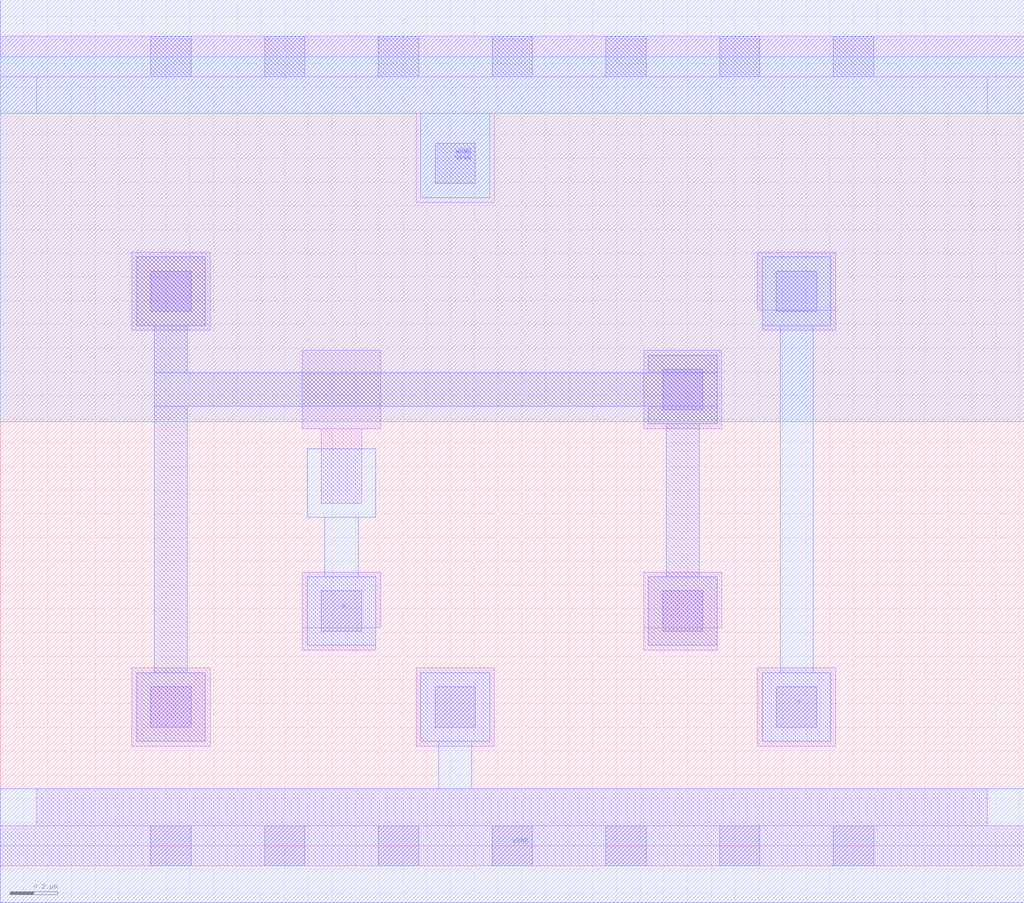
<source format=lef>
VERSION 5.7 ;
  NOWIREEXTENSIONATPIN ON ;
  DIVIDERCHAR "/" ;
  BUSBITCHARS "[]" ;
MACRO BUFX2
  CLASS CORE ;
  FOREIGN BUFX2 ;
  ORIGIN 0.000 0.000 ;
  SIZE 4.320 BY 3.330 ;
  SYMMETRY X Y ;
  SITE unit ;
  PIN A
    ANTENNAGATEAREA 0.189000 ;
    PORT
      LAYER met1 ;
        RECT 1.295 1.385 1.585 1.675 ;
        RECT 1.370 1.135 1.510 1.385 ;
        RECT 1.295 0.845 1.585 1.135 ;
    END
  END A
  PIN VGND
    ANTENNADIFFAREA 0.562100 ;
    PORT
      LAYER met1 ;
        RECT 1.775 0.440 2.065 0.730 ;
        RECT 1.850 0.240 1.990 0.440 ;
        RECT 0.000 -0.240 4.320 0.240 ;
    END
    PORT
      LAYER met1 ;
        RECT 0.000 3.090 4.320 3.570 ;
        RECT 1.775 2.735 2.065 3.090 ;
    END
  END VGND
  PIN VPWR
    ANTENNADIFFAREA 1.083600 ;
    PORT
      LAYER li1 ;
        RECT 0.000 3.245 4.320 3.415 ;
        RECT 0.155 3.090 4.165 3.245 ;
        RECT 1.755 2.715 2.085 3.090 ;
      LAYER mcon ;
        RECT 0.635 3.245 0.805 3.415 ;
        RECT 1.115 3.245 1.285 3.415 ;
        RECT 1.595 3.245 1.765 3.415 ;
        RECT 2.075 3.245 2.245 3.415 ;
        RECT 2.555 3.245 2.725 3.415 ;
        RECT 3.035 3.245 3.205 3.415 ;
        RECT 3.515 3.245 3.685 3.415 ;
        RECT 1.835 2.795 2.005 2.965 ;
    END
  END VPWR
  PIN Y
    ANTENNADIFFAREA 1.031650 ;
    PORT
      LAYER met1 ;
        RECT 3.215 2.195 3.505 2.485 ;
        RECT 3.290 0.730 3.430 2.195 ;
        RECT 3.215 0.440 3.505 0.730 ;
    END
  END Y
  OBS
      LAYER nwell ;
        RECT 0.000 1.790 4.320 3.330 ;
      LAYER li1 ;
        RECT 0.555 2.175 0.885 2.505 ;
        RECT 3.195 2.260 3.525 2.505 ;
        RECT 3.215 2.175 3.525 2.260 ;
        RECT 1.275 1.760 1.605 2.090 ;
        RECT 2.715 1.760 3.045 2.090 ;
        RECT 1.355 1.445 1.525 1.760 ;
        RECT 1.275 0.920 1.605 1.155 ;
        RECT 2.715 0.920 3.045 1.155 ;
        RECT 1.275 0.825 1.585 0.920 ;
        RECT 2.715 0.825 3.025 0.920 ;
        RECT 0.555 0.420 0.885 0.750 ;
        RECT 1.755 0.420 2.085 0.750 ;
        RECT 3.195 0.420 3.525 0.750 ;
        RECT 0.155 0.085 4.165 0.240 ;
        RECT 0.000 -0.085 4.320 0.085 ;
      LAYER mcon ;
        RECT 0.635 2.255 0.805 2.425 ;
        RECT 3.275 2.255 3.445 2.425 ;
        RECT 2.795 1.840 2.965 2.010 ;
        RECT 1.355 0.905 1.525 1.075 ;
        RECT 2.795 0.905 2.965 1.075 ;
        RECT 0.635 0.500 0.805 0.670 ;
        RECT 1.835 0.500 2.005 0.670 ;
        RECT 3.275 0.500 3.445 0.670 ;
        RECT 0.635 -0.085 0.805 0.085 ;
        RECT 1.115 -0.085 1.285 0.085 ;
        RECT 1.595 -0.085 1.765 0.085 ;
        RECT 2.075 -0.085 2.245 0.085 ;
        RECT 2.555 -0.085 2.725 0.085 ;
        RECT 3.035 -0.085 3.205 0.085 ;
        RECT 3.515 -0.085 3.685 0.085 ;
      LAYER met1 ;
        RECT 0.575 2.195 0.865 2.485 ;
        RECT 0.650 1.995 0.790 2.195 ;
        RECT 2.735 1.995 3.025 2.070 ;
        RECT 0.650 1.855 3.025 1.995 ;
        RECT 0.650 0.730 0.790 1.855 ;
        RECT 2.735 1.780 3.025 1.855 ;
        RECT 2.810 1.135 2.950 1.780 ;
        RECT 2.735 0.845 3.025 1.135 ;
        RECT 0.575 0.440 0.865 0.730 ;
  END
END BUFX2
END LIBRARY


</source>
